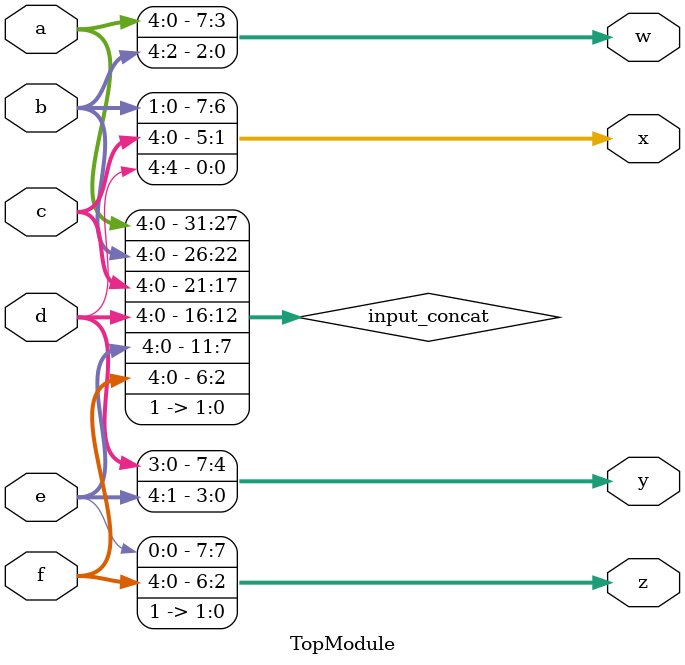
<source format=sv>
module TopModule(
    input  [4:0] a,
    input  [4:0] b,
    input  [4:0] c,
    input  [4:0] d,
    input  [4:0] e,
    input  [4:0] f,
    output [7:0] w,
    output [7:0] x,
    output [7:0] y,
    output [7:0] z
);

    // Concatenate inputs and constant to form a 32-bit vector
    wire [31:0] input_concat = {a, b, c, d, e, f, 2'b11};

    // Assign the 32-bit vector to the 8-bit outputs
    assign w = input_concat[31:24];
    assign x = input_concat[23:16];
    assign y = input_concat[15:8];
    assign z = input_concat[7:0];

endmodule
</source>
